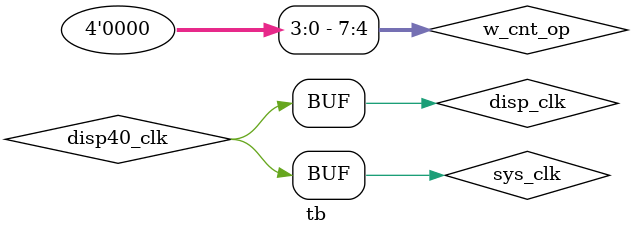
<source format=v>
`timescale 1ns/1ps

`define DEBUG

module tb ();

wire rst_n		;
wire sys13p5_clk	;
wire sys27_clk		;
wire sys54_clk		;
wire sys108_clk		;
wire sys100_clk	;
wire sys200_clk	;
wire sys400_clk	;
wire sys800_clk	;
wire sys120_clk	;
wire sys240_clk	;
wire sys480_clk	;
wire sys960_clk	;
wire disp40_clk	;
wire disp80_clk	;
wire disp160_clk;
wire disp320_clk;

wire sys_clk;
wire rst_sys_n;
assign sys_clk = disp40_clk;
assign rst_sys_n = rst_n;
wire disp_clk;
wire rst_disp_n;
assign disp_clk = disp40_clk;
assign rst_disp_n = rst_n;

wire				clk					;
//wire				rst_n				;
wire				audio_bit_clk		;
wire				flash_audio_reset_b	;
wire				audio_sdata_in		;
wire				audio_sdata_out		;
wire				audio_sync			;
	    
wire				btn_c				;
wire				btn_n				;
wire				btn_e				;
wire				btn_s				;
wire				btn_w				;
wire	[ 8-1: 0]	tp					;

wire	[32-1: 0]	lfsr_out			;

reg					flash_audio_reset_b_ris_lvl	;

crg A0_CRG (
.rst_n			(rst_n			),//o
.sys13p5_clk	(sys13p5_clk	),//o
.sys27_clk		(sys27_clk		),//o
.sys54_clk		(sys54_clk		),//o
.sys108_clk		(sys108_clk		),//o
.sys100_clk		(sys100_clk		),//o
.sys200_clk		(sys200_clk		),//o
.sys400_clk		(sys400_clk		),//o
.sys800_clk		(sys800_clk		),//o
.sys120_clk		(sys120_clk		),//o
.sys240_clk		(sys240_clk		),//o
.sys480_clk		(sys480_clk		),//o
.sys960_clk		(sys960_clk		),//o
.disp40_clk		(disp40_clk		),//o
.disp80_clk		(disp80_clk		),//o
.disp160_clk	(disp160_clk	),//o
.disp320_clk	(disp320_clk	) //o
);

reg		[ 8-1: 0]	cnt_op;
always @ (posedge sys100_clk or negedge rst_n) begin
	if (~rst_n) begin
		cnt_op	<= {8{1'b0}};
	end else begin
		cnt_op	<= cnt_op + 1'b1;
	end
end


wire START, DONE;
wire	[32-1: 0]	A, Y;

wire signed	[16-1: 0]	AR, AI;
wire signed	[16-1: 0]	YR, YI;

assign YR = Y[32-1:16];
assign YI = Y[16-1: 0];

assign A = { AR, AI };

wire	[ 8-1: 0]	w_cnt_op;
//assign w_cnt_op = (cnt_op >= 8'd16) ? 0 : cnt_op;
assign w_cnt_op = { {4{1'b0}}, cnt_op[4-1: 0] };

//assign A =	(w_cnt_op < 8'd4) ? { {24{1'b0}}, w_cnt_op} : 
//			(w_cnt_op < 8'd12) ? (32'd8 - w_cnt_op) : 
//			(w_cnt_op < 8'd16) ? (-32'd16 + w_cnt_op) : {32{1'b0}} ;
assign AR = (cnt_op[1:0]==2'd0) ?  16'd1 :
			(cnt_op[1:0]==2'd1) ?  16'd0 :
			(cnt_op[1:0]==2'd2) ? -16'd1 :
			(cnt_op[1:0]==2'd3) ?  16'd0 : 0;

assign AI = (cnt_op[1:0]==2'd0) ?  16'd0 :
			(cnt_op[1:0]==2'd1) ?  16'd1 :
			(cnt_op[1:0]==2'd2) ?  16'd0 :
			(cnt_op[1:0]==2'd3) ? -16'd1 : 0;

assign START = (cnt_op==8'd15);

FFT16_SEQUENTIAL A1_FFT16 (
.CLK		(sys100_clk		),//i
.RESET		(~rst_n			),//i
.START		(START			),//i
.DONE		(DONE			),//o
.A			(A				),//i[31:0] 
.Y			(Y				) //o[31:0]
);


endmodule


</source>
